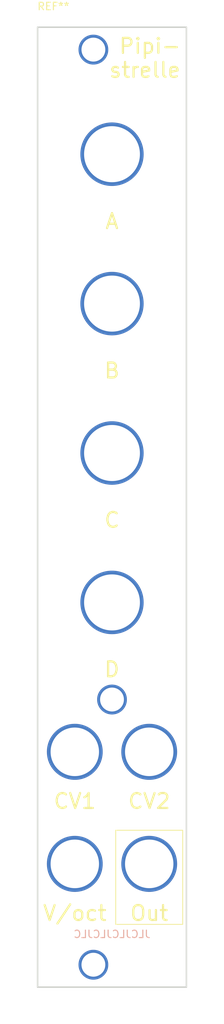
<source format=kicad_pcb>
(kicad_pcb (version 20211014) (generator pcbnew)
  (layers (0 "F.Cu" signal) (31 "B.Cu" signal) (34 "B.Paste" user) (35 "F.Paste" user) (36 "B.SilkS" user "B.Silkscreen") (37 "F.SilkS" user "F.Silkscreen") (38 "B.Mask" user) (39 "F.Mask" user) (44 "Edge.Cuts" user))
  (net 0 "")
  (footprint "Personal:Panel_LED" (layer "F.Cu") (at 110 110)
    (fp_text reference "LED" hide)
    (fp_text value "Panel_LED")
    (pad "" thru_hole circle (at 0 0) (size 4 4) (drill 3.2) (layers *.Cu *.Mask))
  )
  (footprint "Personal:Panel_Knob" (layer "F.Cu") (at 110 97)
    (fp_text reference "D" (at 0 8.974804 unlocked) (layer "F.SilkS") (effects (font (size 2 2) (thickness 0.3))))
    (fp_text value "Panel_Knob")
    (pad "" thru_hole circle (at 0 0) (size 8.5 8.5) (drill 7.5) (layers *.Cu *.Mask))
  )
  (footprint "Personal:Panel_Jack_Out" (layer "F.Cu") (at 115 132)
    (fp_text reference "Out" (at 0 6.604 unlocked) (layer "F.SilkS") (effects (font (size 2 2) (thickness 0.3))))
    (fp_text value "Panel_Jack_Out")
    (fp_rect (start -4.5 -4.5) (end 4.5 8.1) (layer "F.SilkS") (width 0.12) (fill none))
    (pad "" thru_hole circle (at 0 0) (size 7.5 7.5) (drill 6.5) (layers *.Cu *.Mask))
  )
  (footprint "Personal:Panel_Jack_In" (layer "F.Cu") (at 105 117)
    (fp_text reference "CV1" (at 0 6.604 unlocked) (layer "F.SilkS") (effects (font (size 2 2) (thickness 0.3))))
    (fp_text value "Panel_Jack_In")
    (pad "" thru_hole circle (at 0 0) (size 7.5 7.5) (drill 6.5) (layers *.Cu *.Mask))
  )
  (footprint "Personal:Panel_Knob" (layer "F.Cu") (at 110 77)
    (fp_text reference "C" (at 0 8.974804 unlocked) (layer "F.SilkS") (effects (font (size 2 2) (thickness 0.3))))
    (fp_text value "Panel_Knob")
    (pad "" thru_hole circle (at 0 0) (size 8.5 8.5) (drill 7.5) (layers *.Cu *.Mask))
  )
  (footprint "Personal:Panel_4hp" (layer "F.Cu") (at 110 20)
    (fp_text reference "REF**" (at -7.874 -2.794 unlocked) (layer "F.SilkS"))
    (fp_text value "Panel_4hp")
    (fp_text user "JLCJLCJLCJLC" (at 0 121.412 unlocked) (layer "B.SilkS") (effects (justify mirror)))
    (fp_line (start 10 128.5) (end 10 0) (layer "Edge.Cuts") (width 0.2))
    (fp_line (start -10 128.5) (end 10 128.5) (layer "Edge.Cuts") (width 0.2))
    (fp_line (start -10 0) (end 10 0) (layer "Edge.Cuts") (width 0.2))
    (fp_line (start -10 128.5) (end -10 0) (layer "Edge.Cuts") (width 0.2))
    (pad "" thru_hole circle (at -2.5 125.5) (size 4 4) (drill 3.2) (layers *.Cu *.Mask))
    (pad "" thru_hole circle (at -2.5 3) (size 4 4) (drill 3.2) (layers *.Cu *.Mask))
  )
  (footprint "Personal:Panel_Jack_In" (layer "F.Cu") (at 105 132)
    (fp_text reference "V/oct" (at 0 6.604 unlocked) (layer "F.SilkS") (effects (font (size 2 2) (thickness 0.3))))
    (fp_text value "Panel_Jack_In")
    (pad "" thru_hole circle (at 0 0) (size 7.5 7.5) (drill 6.5) (layers *.Cu *.Mask))
  )
  (footprint "Personal:Panel_Knob" (layer "F.Cu") (at 110 57)
    (fp_text reference "B" (at 0 8.974804 unlocked) (layer "F.SilkS") (effects (font (size 2 2) (thickness 0.3))))
    (fp_text value "Panel_Knob")
    (pad "" thru_hole circle (at 0 0) (size 8.5 8.5) (drill 7.5) (layers *.Cu *.Mask))
  )
  (footprint "Personal:Panel_Jack_In" (layer "F.Cu") (at 115 117)
    (fp_text reference "CV2" (at 0 6.604 unlocked) (layer "F.SilkS") (effects (font (size 2 2) (thickness 0.3))))
    (fp_text value "Panel_Jack_In")
    (pad "" thru_hole circle (at 0 0) (size 7.5 7.5) (drill 6.5) (layers *.Cu *.Mask))
  )
  (footprint "Personal:Panel_Knob" (layer "F.Cu") (at 110 37)
    (fp_text reference "A" (at 0 8.974804 unlocked) (layer "F.SilkS") (effects (font (size 2 2) (thickness 0.3))))
    (fp_text value "Panel_Knob")
    (pad "" thru_hole circle (at 0 0) (size 8.5 8.5) (drill 7.5) (layers *.Cu *.Mask))
  )
  (gr_text "Pipi-\nstrelle" (at 119.38 24.13) (layer "F.SilkS") (effects (font (size 2 2) (thickness 0.3)) (justify right)))
)
</source>
